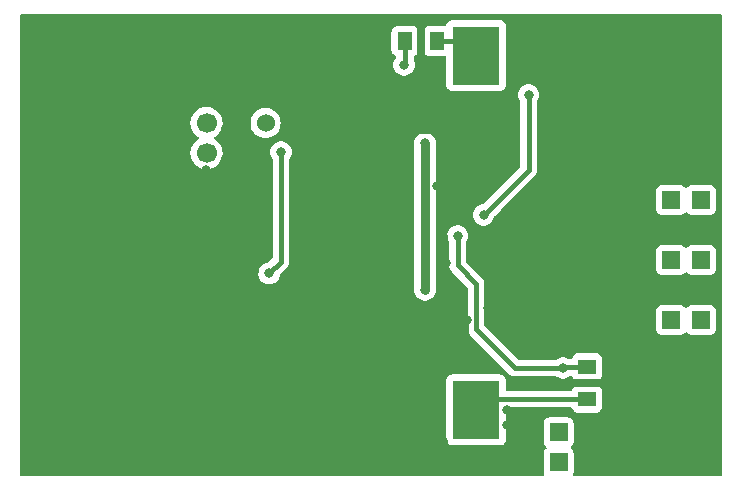
<source format=gbr>
%TF.GenerationSoftware,KiCad,Pcbnew,6.0.4-6f826c9f35~116~ubuntu20.04.1*%
%TF.CreationDate,2022-04-06T13:45:02+00:00*%
%TF.ProjectId,PCRD04B,50435244-3034-4422-9e6b-696361645f70,REV*%
%TF.SameCoordinates,Original*%
%TF.FileFunction,Copper,L1,Top*%
%TF.FilePolarity,Positive*%
%FSLAX46Y46*%
G04 Gerber Fmt 4.6, Leading zero omitted, Abs format (unit mm)*
G04 Created by KiCad (PCBNEW 6.0.4-6f826c9f35~116~ubuntu20.04.1) date 2022-04-06 13:45:02*
%MOMM*%
%LPD*%
G01*
G04 APERTURE LIST*
%TA.AperFunction,SMDPad,CuDef*%
%ADD10R,4.000000X5.000000*%
%TD*%
%TA.AperFunction,ComponentPad*%
%ADD11R,1.524000X1.524000*%
%TD*%
%TA.AperFunction,ComponentPad*%
%ADD12C,6.000000*%
%TD*%
%TA.AperFunction,SMDPad,CuDef*%
%ADD13R,1.300000X1.500000*%
%TD*%
%TA.AperFunction,SMDPad,CuDef*%
%ADD14R,0.700000X3.000000*%
%TD*%
%TA.AperFunction,SMDPad,CuDef*%
%ADD15R,1.500000X1.300000*%
%TD*%
%TA.AperFunction,SMDPad,CuDef*%
%ADD16R,3.000000X0.700000*%
%TD*%
%TA.AperFunction,SMDPad,CuDef*%
%ADD17R,2.000000X29.000000*%
%TD*%
%TA.AperFunction,SMDPad,CuDef*%
%ADD18R,20.100000X2.000000*%
%TD*%
%TA.AperFunction,ComponentPad*%
%ADD19C,1.524000*%
%TD*%
%TA.AperFunction,ComponentPad*%
%ADD20C,1.700000*%
%TD*%
%TA.AperFunction,ViaPad*%
%ADD21C,0.800000*%
%TD*%
%TA.AperFunction,Conductor*%
%ADD22C,0.250000*%
%TD*%
%TA.AperFunction,Conductor*%
%ADD23C,0.400000*%
%TD*%
%TA.AperFunction,Conductor*%
%ADD24C,0.800000*%
%TD*%
G04 APERTURE END LIST*
D10*
%TO.P,BT1,1*%
%TO.N,Net-(BT1-Pad1)*%
X148871322Y-76957139D03*
%TO.P,BT1,2*%
%TO.N,Net-(BT1-Pad2)*%
X148871322Y-106957139D03*
%TD*%
D11*
%TO.P,J1,1*%
%TO.N,GND*%
X158396322Y-108862139D03*
%TO.P,J1,2*%
X158396322Y-111402139D03*
%TO.P,J1,3*%
%TO.N,Net-(C21-Pad3)*%
X155856322Y-108862139D03*
%TO.P,J1,4*%
X155856322Y-111402139D03*
%TO.P,J1,5*%
%TO.N,GND*%
X153316322Y-108862139D03*
%TO.P,J1,6*%
X153316322Y-111402139D03*
%TD*%
%TO.P,J2,1*%
%TO.N,GND*%
X167921322Y-91717139D03*
%TO.P,J2,2*%
X165381322Y-91717139D03*
%TD*%
%TO.P,J3,1*%
%TO.N,/#PeakDetect/Trace*%
X167921322Y-94257139D03*
%TO.P,J3,2*%
X165381322Y-94257139D03*
%TD*%
%TO.P,J4,1*%
%TO.N,GND*%
X167921322Y-96797139D03*
%TO.P,J4,2*%
X165381322Y-96797139D03*
%TD*%
%TO.P,J5,1*%
%TO.N,GND*%
X167921322Y-86637139D03*
%TO.P,J5,2*%
X165381322Y-86637139D03*
%TD*%
%TO.P,J6,1*%
%TO.N,/A/D*%
X167921322Y-89177139D03*
%TO.P,J6,2*%
X165381322Y-89177139D03*
%TD*%
%TO.P,J7,1*%
%TO.N,GND*%
X167921322Y-101877139D03*
%TO.P,J7,2*%
X165381322Y-101877139D03*
%TD*%
D12*
%TO.P,M1,1*%
%TO.N,GND*%
X114581322Y-77747139D03*
%TD*%
%TO.P,M2,1*%
%TO.N,GND*%
X165381322Y-77747139D03*
%TD*%
%TO.P,M3,1*%
%TO.N,GND*%
X165381322Y-108227139D03*
%TD*%
%TO.P,M4,1*%
%TO.N,GND*%
X114581322Y-108227139D03*
%TD*%
D13*
%TO.P,C24,1*%
%TO.N,Net-(BT1-Pad1)*%
X145569322Y-75715139D03*
D14*
%TO.P,C24,2*%
%TO.N,GND*%
X144219322Y-75715139D03*
D13*
%TO.P,C24,3*%
%TO.N,/K*%
X142869322Y-75715139D03*
%TD*%
D15*
%TO.P,C25,1*%
%TO.N,Net-(BT1-Pad2)*%
X158269322Y-106021139D03*
D16*
%TO.P,C25,2*%
%TO.N,GND*%
X158269322Y-104671139D03*
D15*
%TO.P,C25,3*%
%TO.N,/REF*%
X158269322Y-103321139D03*
%TD*%
D11*
%TO.P,J11,1*%
%TO.N,Net-(C23-Pad3)*%
X165381322Y-99337139D03*
%TO.P,J11,2*%
X167921322Y-99337139D03*
%TD*%
D17*
%TO.P,M5,1*%
%TO.N,GND*%
X119636322Y-92517139D03*
D18*
X129186322Y-79017139D03*
D17*
X138736322Y-92517139D03*
D18*
X129186322Y-106017139D03*
%TD*%
D19*
%TO.P,D2,1*%
%TO.N,/K*%
X131051322Y-82667139D03*
D20*
X126051322Y-85207139D03*
%TO.P,D2,2*%
%TO.N,/A*%
X126051322Y-82667139D03*
%TD*%
D21*
%TO.N,GND*%
X127281322Y-100607139D03*
X151471324Y-106957139D03*
X146458322Y-88034139D03*
X149125322Y-92225139D03*
X135409322Y-85875139D03*
X149887322Y-98321139D03*
X148909322Y-89177139D03*
X150141322Y-80922139D03*
X139473322Y-95527139D03*
X126011322Y-87907139D03*
X140616322Y-102512139D03*
X155221322Y-87272139D03*
X145569322Y-79525139D03*
X140743322Y-95527139D03*
X127916322Y-94892139D03*
X155856322Y-79017139D03*
X137441322Y-87145139D03*
X140616322Y-104417139D03*
X143156322Y-101242139D03*
X122201322Y-86002139D03*
X143791322Y-79525139D03*
X129186322Y-100607139D03*
X143156322Y-98067139D03*
X141886322Y-108227139D03*
X141886322Y-104417139D03*
X150141322Y-87437139D03*
X125376322Y-80922139D03*
X143156322Y-111402139D03*
X129186322Y-85367139D03*
X117883322Y-86891139D03*
X127916322Y-85367139D03*
X137441322Y-85875139D03*
X133631322Y-95527139D03*
X132996322Y-101877139D03*
X146331322Y-86637139D03*
X147601322Y-86637139D03*
X163857322Y-84097139D03*
X140616322Y-84732139D03*
X123471322Y-84097139D03*
X160047322Y-84097139D03*
X159666322Y-108227139D03*
X141251322Y-79525139D03*
X146331322Y-98067139D03*
X123471322Y-86002139D03*
X151411322Y-80922139D03*
X145553322Y-88034139D03*
X126011322Y-89177139D03*
X141886322Y-84097139D03*
X120677322Y-91209139D03*
X132996322Y-80922139D03*
X134901322Y-95527139D03*
X148071322Y-99337139D03*
X141886322Y-111402139D03*
X138330322Y-95273139D03*
X146331322Y-111402139D03*
X127281322Y-80922139D03*
X149119508Y-88155325D03*
X129821322Y-94892139D03*
X120677322Y-89939139D03*
X124995322Y-94765139D03*
X144426322Y-111402139D03*
X146331322Y-80795139D03*
X129186322Y-84097139D03*
X160936322Y-90447139D03*
X130456322Y-101877139D03*
X118391322Y-88923139D03*
X126010779Y-86656574D03*
X160301322Y-92987139D03*
X126011322Y-91082139D03*
X125376322Y-100607139D03*
X146331322Y-95400139D03*
X148071322Y-101242139D03*
X129186322Y-80922139D03*
X154586322Y-94892139D03*
X149379322Y-93749139D03*
X122836322Y-100607139D03*
X153316322Y-101242139D03*
X146331322Y-94511139D03*
X120931322Y-100607139D03*
X136806322Y-99337139D03*
X135536322Y-101242139D03*
X152046322Y-79017139D03*
X161825322Y-83843139D03*
X126011322Y-94892139D03*
X142013322Y-95527139D03*
X123471322Y-81557139D03*
X135409322Y-87145139D03*
X154459322Y-90955139D03*
X154586322Y-79017139D03*
X159666322Y-86637139D03*
X141886322Y-86002139D03*
X136171322Y-95527139D03*
X143156322Y-99337139D03*
X141886322Y-102512139D03*
X138330322Y-92733139D03*
X141886322Y-109497139D03*
X128551322Y-92987139D03*
X151471324Y-108227139D03*
X143791322Y-82065139D03*
X140997322Y-78001139D03*
X148236322Y-80922139D03*
X162206322Y-92987139D03*
X138330322Y-94003139D03*
X153316322Y-94892139D03*
X134266322Y-80922139D03*
X154586322Y-86637139D03*
%TO.N,VCC*%
X144553322Y-96797139D03*
X144553322Y-84351139D03*
%TO.N,/K*%
X142775322Y-77747139D03*
%TO.N,/REF*%
X132361322Y-85113139D03*
X156237322Y-103401139D03*
X131354386Y-95402704D03*
X147309322Y-92225139D03*
%TO.N,Net-(R1-Pad2)*%
X149506322Y-90447139D03*
X153316322Y-80287139D03*
%TD*%
D22*
%TO.N,GND*%
X146331322Y-92214833D02*
X146331322Y-95400139D01*
D23*
X138330322Y-94003139D02*
X138330322Y-92733139D01*
D22*
X165381322Y-85625139D02*
X165381322Y-86637139D01*
D23*
X147601322Y-86637139D02*
X146331322Y-86637139D01*
D22*
X132996322Y-101877139D02*
X134901322Y-101877139D01*
X150141322Y-80922139D02*
X151411322Y-80922139D01*
X138330322Y-95273139D02*
X139219322Y-95273139D01*
X146326320Y-111397137D02*
X146331322Y-111402139D01*
D23*
X155221322Y-87272139D02*
X155221322Y-90193139D01*
D22*
X147855322Y-90955139D02*
X146077322Y-91463139D01*
X148236322Y-83462139D02*
X148871322Y-83462139D01*
X140616322Y-102512139D02*
X140616322Y-104417139D01*
X146077322Y-91463139D02*
X146331322Y-92214833D01*
X136806322Y-83462139D02*
X148236322Y-83462139D01*
X123471322Y-84097139D02*
X123471322Y-81557139D01*
X143156322Y-98067139D02*
X143156322Y-99337139D01*
X129186322Y-80922139D02*
X132996322Y-80922139D01*
X145553322Y-88034139D02*
X146458322Y-88034139D01*
X129186322Y-85367139D02*
X127896887Y-86656574D01*
X120677322Y-91209139D02*
X120677322Y-89939139D01*
D23*
X150141322Y-87437139D02*
X150141322Y-87945139D01*
D22*
X129186322Y-84097139D02*
X127916322Y-85367139D01*
X149125322Y-92225139D02*
X149125322Y-93495139D01*
X135409322Y-85875139D02*
X135409322Y-87145139D01*
X134266322Y-80922139D02*
X136806322Y-83462139D01*
X163857322Y-84097139D02*
X164428573Y-84672390D01*
X151471324Y-106957139D02*
X151471324Y-108227139D01*
X140616322Y-84732139D02*
X138584322Y-84732139D01*
X134901322Y-101877139D02*
X135536322Y-101242139D01*
X160936322Y-92352139D02*
X160301322Y-92987139D01*
X160301322Y-83843139D02*
X160047322Y-84097139D01*
X164428573Y-84672390D02*
X165381322Y-85625139D01*
D23*
X143791322Y-82065139D02*
X143791322Y-81303139D01*
D22*
X122201322Y-86002139D02*
X123471322Y-86002139D01*
X141886322Y-104417139D02*
X141886322Y-102512139D01*
X152046322Y-79017139D02*
X154586322Y-79017139D01*
D23*
X155221322Y-90193139D02*
X154459322Y-90955139D01*
D22*
X149671322Y-93607441D02*
X147855322Y-90955139D01*
D23*
X146458322Y-80922139D02*
X146331322Y-80795139D01*
D22*
X125376322Y-80922139D02*
X127281322Y-80922139D01*
D23*
X141886322Y-86002139D02*
X140616322Y-84732139D01*
D22*
X149887322Y-98321139D02*
X149671322Y-93607441D01*
X122201322Y-86002139D02*
X118772322Y-86002139D01*
D23*
X143791322Y-79525139D02*
X141251322Y-79525139D01*
D22*
X146331322Y-95400139D02*
X146331322Y-98067139D01*
X138584322Y-84732139D02*
X137441322Y-85875139D01*
X148871322Y-81557139D02*
X148236322Y-80922139D01*
X149125322Y-93495139D02*
X149379322Y-93749139D01*
X143791322Y-106962141D02*
X143791322Y-103782139D01*
X133631322Y-95527139D02*
X134901322Y-95527139D01*
X125376322Y-100607139D02*
X127281322Y-100607139D01*
X127916322Y-94892139D02*
X129821322Y-94892139D01*
X126011322Y-87907139D02*
X126011322Y-89177139D01*
D23*
X154586322Y-94892139D02*
X153316322Y-94892139D01*
X149837694Y-87437139D02*
X149119508Y-88155325D01*
D22*
X127896887Y-86656574D02*
X126010779Y-86656574D01*
X129186322Y-100607139D02*
X130456322Y-101877139D01*
X140743322Y-95527139D02*
X142013322Y-95527139D01*
X125376322Y-100607139D02*
X122836322Y-100607139D01*
X141886322Y-108227139D02*
X141886322Y-109497139D01*
X148871322Y-83462139D02*
X148871322Y-81557139D01*
X146326320Y-109497139D02*
X143791322Y-106962141D01*
D23*
X150141322Y-87945139D02*
X148909322Y-89177139D01*
D22*
X160936322Y-90447139D02*
X160936322Y-92352139D01*
X146331322Y-94511139D02*
X146331322Y-95400139D01*
X146326320Y-109497139D02*
X146326320Y-111397137D01*
D23*
X150141322Y-87437139D02*
X149837694Y-87437139D01*
D22*
X148071322Y-101242139D02*
X148071322Y-99337139D01*
D23*
X148236322Y-80922139D02*
X146458322Y-80922139D01*
D22*
X118772322Y-86002139D02*
X117883322Y-86891139D01*
D23*
X143791322Y-81303139D02*
X145569322Y-79525139D01*
D22*
X144426322Y-111402139D02*
X143156322Y-111402139D01*
X139219322Y-95273139D02*
X139473322Y-95527139D01*
X161825322Y-83843139D02*
X160301322Y-83843139D01*
D24*
%TO.N,VCC*%
X144553322Y-84351139D02*
X144553322Y-96797139D01*
D23*
%TO.N,/K*%
X142869322Y-75715139D02*
X142869322Y-77653139D01*
X142869322Y-77653139D02*
X142775322Y-77747139D01*
%TO.N,/REF*%
X132361322Y-85113139D02*
X132361322Y-94395768D01*
X148871322Y-96279141D02*
X148871322Y-100099139D01*
X132361322Y-94395768D02*
X131354386Y-95402704D01*
X158269322Y-103321139D02*
X156317322Y-103321139D01*
X147309322Y-92225139D02*
X147309322Y-94717141D01*
X147309322Y-94717141D02*
X148871322Y-96279141D01*
X148871322Y-100099139D02*
X152173322Y-103401139D01*
X156317322Y-103321139D02*
X156237322Y-103401139D01*
X155671637Y-103401139D02*
X156237322Y-103401139D01*
X152173322Y-103401139D02*
X155671637Y-103401139D01*
%TO.N,Net-(BT1-Pad1)*%
X147629322Y-75715139D02*
X148871322Y-76957139D01*
X145569322Y-75715139D02*
X147629322Y-75715139D01*
%TO.N,Net-(BT1-Pad2)*%
X148871322Y-106957139D02*
X148871322Y-106457139D01*
X148871322Y-106457139D02*
X150149322Y-105179139D01*
X149807322Y-106021139D02*
X148871322Y-106957139D01*
X158269322Y-106021139D02*
X149807322Y-106021139D01*
%TO.N,Net-(R1-Pad2)*%
X153316322Y-86637139D02*
X153316322Y-80287139D01*
X149506322Y-90447139D02*
X153316322Y-86637139D01*
%TD*%
%TA.AperFunction,Conductor*%
%TO.N,GND*%
G36*
X169641443Y-73449141D02*
G01*
X169687936Y-73502797D01*
X169699322Y-73555139D01*
X169699322Y-112419139D01*
X169679320Y-112487260D01*
X169625664Y-112533753D01*
X169573322Y-112545139D01*
X157200390Y-112545139D01*
X157132269Y-112525137D01*
X157085776Y-112471481D01*
X157075672Y-112401207D01*
X157082408Y-112374909D01*
X157117293Y-112281854D01*
X157120067Y-112274455D01*
X157126822Y-112212273D01*
X157126822Y-110592005D01*
X157120067Y-110529823D01*
X157068937Y-110393434D01*
X156981583Y-110276878D01*
X156922990Y-110232965D01*
X156880475Y-110176106D01*
X156875449Y-110105287D01*
X156909509Y-110042994D01*
X156922990Y-110031313D01*
X156974403Y-109992781D01*
X156981583Y-109987400D01*
X157068937Y-109870844D01*
X157120067Y-109734455D01*
X157126822Y-109672273D01*
X157126822Y-108052005D01*
X157120067Y-107989823D01*
X157068937Y-107853434D01*
X156981583Y-107736878D01*
X156865027Y-107649524D01*
X156728638Y-107598394D01*
X156666456Y-107591639D01*
X155046188Y-107591639D01*
X154984006Y-107598394D01*
X154847617Y-107649524D01*
X154731061Y-107736878D01*
X154643707Y-107853434D01*
X154592577Y-107989823D01*
X154585822Y-108052005D01*
X154585822Y-109672273D01*
X154592577Y-109734455D01*
X154643707Y-109870844D01*
X154731061Y-109987400D01*
X154738241Y-109992781D01*
X154789654Y-110031313D01*
X154832169Y-110088172D01*
X154837195Y-110158991D01*
X154803135Y-110221284D01*
X154789655Y-110232964D01*
X154731061Y-110276878D01*
X154643707Y-110393434D01*
X154592577Y-110529823D01*
X154585822Y-110592005D01*
X154585822Y-112212273D01*
X154592577Y-112274455D01*
X154595351Y-112281854D01*
X154630236Y-112374909D01*
X154635419Y-112445716D01*
X154601498Y-112508085D01*
X154539243Y-112542215D01*
X154512254Y-112545139D01*
X110389322Y-112545139D01*
X110321201Y-112525137D01*
X110274708Y-112471481D01*
X110263322Y-112419139D01*
X110263322Y-109505273D01*
X146362822Y-109505273D01*
X146369577Y-109567455D01*
X146420707Y-109703844D01*
X146508061Y-109820400D01*
X146624617Y-109907754D01*
X146761006Y-109958884D01*
X146823188Y-109965639D01*
X150919456Y-109965639D01*
X150981638Y-109958884D01*
X151118027Y-109907754D01*
X151234583Y-109820400D01*
X151321937Y-109703844D01*
X151373067Y-109567455D01*
X151379822Y-109505273D01*
X151379822Y-106855639D01*
X151399824Y-106787518D01*
X151453480Y-106741025D01*
X151505822Y-106729639D01*
X156910824Y-106729639D01*
X156978945Y-106749641D01*
X157025438Y-106803297D01*
X157028806Y-106811409D01*
X157068707Y-106917844D01*
X157156061Y-107034400D01*
X157272617Y-107121754D01*
X157409006Y-107172884D01*
X157471188Y-107179639D01*
X159067456Y-107179639D01*
X159129638Y-107172884D01*
X159266027Y-107121754D01*
X159382583Y-107034400D01*
X159469937Y-106917844D01*
X159521067Y-106781455D01*
X159527822Y-106719273D01*
X159527822Y-105323005D01*
X159521067Y-105260823D01*
X159469937Y-105124434D01*
X159382583Y-105007878D01*
X159266027Y-104920524D01*
X159129638Y-104869394D01*
X159067456Y-104862639D01*
X157471188Y-104862639D01*
X157409006Y-104869394D01*
X157272617Y-104920524D01*
X157156061Y-105007878D01*
X157068707Y-105124434D01*
X157065555Y-105132842D01*
X157028806Y-105230869D01*
X156986164Y-105287633D01*
X156919603Y-105312333D01*
X156910824Y-105312639D01*
X151505822Y-105312639D01*
X151437701Y-105292637D01*
X151391208Y-105238981D01*
X151379822Y-105186639D01*
X151379822Y-104409005D01*
X151373067Y-104346823D01*
X151321937Y-104210434D01*
X151234583Y-104093878D01*
X151118027Y-104006524D01*
X150981638Y-103955394D01*
X150919456Y-103948639D01*
X146823188Y-103948639D01*
X146761006Y-103955394D01*
X146624617Y-104006524D01*
X146508061Y-104093878D01*
X146420707Y-104210434D01*
X146369577Y-104346823D01*
X146362822Y-104409005D01*
X146362822Y-109505273D01*
X110263322Y-109505273D01*
X110263322Y-96797139D01*
X143639818Y-96797139D01*
X143644822Y-96844749D01*
X143659780Y-96987067D01*
X143718795Y-97168695D01*
X143814282Y-97334083D01*
X143942069Y-97476005D01*
X144096570Y-97588257D01*
X144102598Y-97590941D01*
X144102600Y-97590942D01*
X144265003Y-97663248D01*
X144271034Y-97665933D01*
X144364434Y-97685786D01*
X144451378Y-97704267D01*
X144451383Y-97704267D01*
X144457835Y-97705639D01*
X144648809Y-97705639D01*
X144655261Y-97704267D01*
X144655266Y-97704267D01*
X144742210Y-97685786D01*
X144835610Y-97665933D01*
X144841641Y-97663248D01*
X145004044Y-97590942D01*
X145004046Y-97590941D01*
X145010074Y-97588257D01*
X145164575Y-97476005D01*
X145292362Y-97334083D01*
X145387849Y-97168695D01*
X145446864Y-96987067D01*
X145461822Y-96844749D01*
X145466826Y-96797139D01*
X145462512Y-96756094D01*
X145461822Y-96742923D01*
X145461822Y-92225139D01*
X146395818Y-92225139D01*
X146415780Y-92415067D01*
X146474795Y-92596695D01*
X146570282Y-92762083D01*
X146574701Y-92766991D01*
X146576758Y-92769822D01*
X146600617Y-92836690D01*
X146600822Y-92843883D01*
X146600822Y-94688229D01*
X146600530Y-94696799D01*
X146596597Y-94754493D01*
X146597902Y-94761970D01*
X146597902Y-94761971D01*
X146607583Y-94817440D01*
X146608545Y-94823962D01*
X146616220Y-94887383D01*
X146618903Y-94894484D01*
X146619544Y-94897093D01*
X146624007Y-94913403D01*
X146624772Y-94915939D01*
X146626079Y-94923425D01*
X146629133Y-94930382D01*
X146651764Y-94981936D01*
X146654255Y-94988040D01*
X146676835Y-95047797D01*
X146681139Y-95054060D01*
X146682376Y-95056426D01*
X146690621Y-95071238D01*
X146691954Y-95073492D01*
X146695007Y-95080446D01*
X146726586Y-95121599D01*
X146733901Y-95131132D01*
X146737781Y-95136473D01*
X146769661Y-95182861D01*
X146769666Y-95182866D01*
X146773965Y-95189122D01*
X146779635Y-95194173D01*
X146779636Y-95194175D01*
X146820492Y-95230576D01*
X146825768Y-95235557D01*
X148125917Y-96535706D01*
X148159943Y-96598018D01*
X148162822Y-96624801D01*
X148162822Y-100070227D01*
X148162530Y-100078797D01*
X148158597Y-100136491D01*
X148159902Y-100143968D01*
X148159902Y-100143969D01*
X148169583Y-100199438D01*
X148170545Y-100205960D01*
X148178220Y-100269381D01*
X148180903Y-100276482D01*
X148181544Y-100279091D01*
X148186007Y-100295401D01*
X148186772Y-100297937D01*
X148188079Y-100305423D01*
X148191133Y-100312380D01*
X148213764Y-100363934D01*
X148216255Y-100370038D01*
X148238835Y-100429795D01*
X148243139Y-100436058D01*
X148244376Y-100438424D01*
X148252621Y-100453236D01*
X148253954Y-100455490D01*
X148257007Y-100462444D01*
X148261629Y-100468467D01*
X148295901Y-100513130D01*
X148299781Y-100518471D01*
X148331661Y-100564859D01*
X148331666Y-100564864D01*
X148335965Y-100571120D01*
X148341635Y-100576171D01*
X148341636Y-100576173D01*
X148382492Y-100612574D01*
X148387768Y-100617555D01*
X151651879Y-103881667D01*
X151657733Y-103887932D01*
X151695761Y-103931524D01*
X151748051Y-103968275D01*
X151753293Y-103972167D01*
X151803604Y-104011615D01*
X151810523Y-104014739D01*
X151812815Y-104016127D01*
X151827487Y-104024496D01*
X151829847Y-104025761D01*
X151836061Y-104030129D01*
X151843140Y-104032889D01*
X151843142Y-104032890D01*
X151895597Y-104053341D01*
X151901666Y-104055892D01*
X151959895Y-104082184D01*
X151967368Y-104083569D01*
X151969934Y-104084373D01*
X151986157Y-104088994D01*
X151988749Y-104089659D01*
X151995831Y-104092421D01*
X152003366Y-104093413D01*
X152059183Y-104100761D01*
X152065699Y-104101793D01*
X152104092Y-104108909D01*
X152128508Y-104113434D01*
X152136088Y-104112997D01*
X152136089Y-104112997D01*
X152190702Y-104109848D01*
X152197955Y-104109639D01*
X155625917Y-104109639D01*
X155694038Y-104129641D01*
X155699978Y-104133703D01*
X155780570Y-104192257D01*
X155786598Y-104194941D01*
X155786600Y-104194942D01*
X155949003Y-104267248D01*
X155955034Y-104269933D01*
X156048435Y-104289786D01*
X156135378Y-104308267D01*
X156135383Y-104308267D01*
X156141835Y-104309639D01*
X156332809Y-104309639D01*
X156339261Y-104308267D01*
X156339266Y-104308267D01*
X156426209Y-104289786D01*
X156519610Y-104269933D01*
X156525641Y-104267248D01*
X156688044Y-104194942D01*
X156688046Y-104194941D01*
X156694074Y-104192257D01*
X156847042Y-104081118D01*
X156913908Y-104057261D01*
X156983060Y-104073341D01*
X157032540Y-104124254D01*
X157039084Y-104138825D01*
X157068707Y-104217844D01*
X157156061Y-104334400D01*
X157272617Y-104421754D01*
X157409006Y-104472884D01*
X157471188Y-104479639D01*
X159067456Y-104479639D01*
X159129638Y-104472884D01*
X159266027Y-104421754D01*
X159382583Y-104334400D01*
X159469937Y-104217844D01*
X159521067Y-104081455D01*
X159527822Y-104019273D01*
X159527822Y-102623005D01*
X159521067Y-102560823D01*
X159469937Y-102424434D01*
X159382583Y-102307878D01*
X159266027Y-102220524D01*
X159129638Y-102169394D01*
X159067456Y-102162639D01*
X157471188Y-102162639D01*
X157409006Y-102169394D01*
X157272617Y-102220524D01*
X157156061Y-102307878D01*
X157068707Y-102424434D01*
X157065555Y-102432842D01*
X157028806Y-102530869D01*
X156986164Y-102587633D01*
X156919603Y-102612333D01*
X156910824Y-102612639D01*
X156726737Y-102612639D01*
X156675488Y-102601746D01*
X156525641Y-102535030D01*
X156525640Y-102535030D01*
X156519610Y-102532345D01*
X156426209Y-102512492D01*
X156339266Y-102494011D01*
X156339261Y-102494011D01*
X156332809Y-102492639D01*
X156141835Y-102492639D01*
X156135383Y-102494011D01*
X156135378Y-102494011D01*
X156048435Y-102512492D01*
X155955034Y-102532345D01*
X155949004Y-102535030D01*
X155949003Y-102535030D01*
X155786600Y-102607336D01*
X155786598Y-102607337D01*
X155780570Y-102610021D01*
X155775229Y-102613901D01*
X155775228Y-102613902D01*
X155699978Y-102668575D01*
X155633111Y-102692433D01*
X155625917Y-102692639D01*
X152518982Y-102692639D01*
X152450861Y-102672637D01*
X152429887Y-102655734D01*
X149921426Y-100147273D01*
X164110822Y-100147273D01*
X164117577Y-100209455D01*
X164168707Y-100345844D01*
X164256061Y-100462400D01*
X164372617Y-100549754D01*
X164509006Y-100600884D01*
X164571188Y-100607639D01*
X166191456Y-100607639D01*
X166253638Y-100600884D01*
X166390027Y-100549754D01*
X166506583Y-100462400D01*
X166550496Y-100403807D01*
X166607355Y-100361292D01*
X166678174Y-100356266D01*
X166740467Y-100390326D01*
X166752147Y-100403806D01*
X166796061Y-100462400D01*
X166912617Y-100549754D01*
X167049006Y-100600884D01*
X167111188Y-100607639D01*
X168731456Y-100607639D01*
X168793638Y-100600884D01*
X168930027Y-100549754D01*
X169046583Y-100462400D01*
X169133937Y-100345844D01*
X169185067Y-100209455D01*
X169191822Y-100147273D01*
X169191822Y-98527005D01*
X169185067Y-98464823D01*
X169133937Y-98328434D01*
X169046583Y-98211878D01*
X168930027Y-98124524D01*
X168793638Y-98073394D01*
X168731456Y-98066639D01*
X167111188Y-98066639D01*
X167049006Y-98073394D01*
X166912617Y-98124524D01*
X166796061Y-98211878D01*
X166790680Y-98219058D01*
X166752148Y-98270471D01*
X166695289Y-98312986D01*
X166624470Y-98318012D01*
X166562177Y-98283952D01*
X166550496Y-98270471D01*
X166511964Y-98219058D01*
X166506583Y-98211878D01*
X166390027Y-98124524D01*
X166253638Y-98073394D01*
X166191456Y-98066639D01*
X164571188Y-98066639D01*
X164509006Y-98073394D01*
X164372617Y-98124524D01*
X164256061Y-98211878D01*
X164168707Y-98328434D01*
X164117577Y-98464823D01*
X164110822Y-98527005D01*
X164110822Y-100147273D01*
X149921426Y-100147273D01*
X149616727Y-99842574D01*
X149582701Y-99780262D01*
X149579822Y-99753479D01*
X149579822Y-96308068D01*
X149580114Y-96299499D01*
X149583532Y-96249366D01*
X149583532Y-96249362D01*
X149584048Y-96241789D01*
X149573058Y-96178822D01*
X149572097Y-96172306D01*
X149565336Y-96116439D01*
X149564424Y-96108899D01*
X149561741Y-96101798D01*
X149561100Y-96099189D01*
X149556635Y-96082869D01*
X149555870Y-96080336D01*
X149554565Y-96072858D01*
X149528874Y-96014331D01*
X149526389Y-96008243D01*
X149506494Y-95955590D01*
X149506493Y-95955588D01*
X149503809Y-95948485D01*
X149499508Y-95942226D01*
X149498271Y-95939861D01*
X149490049Y-95925089D01*
X149488694Y-95922797D01*
X149485638Y-95915836D01*
X149481013Y-95909809D01*
X149481011Y-95909805D01*
X149446729Y-95865128D01*
X149442851Y-95859791D01*
X149410981Y-95813419D01*
X149410980Y-95813418D01*
X149406679Y-95807160D01*
X149360160Y-95765713D01*
X149354885Y-95760733D01*
X148661424Y-95067273D01*
X164110822Y-95067273D01*
X164117577Y-95129455D01*
X164168707Y-95265844D01*
X164256061Y-95382400D01*
X164372617Y-95469754D01*
X164509006Y-95520884D01*
X164571188Y-95527639D01*
X166191456Y-95527639D01*
X166253638Y-95520884D01*
X166390027Y-95469754D01*
X166506583Y-95382400D01*
X166550496Y-95323807D01*
X166607355Y-95281292D01*
X166678174Y-95276266D01*
X166740467Y-95310326D01*
X166752147Y-95323806D01*
X166796061Y-95382400D01*
X166912617Y-95469754D01*
X167049006Y-95520884D01*
X167111188Y-95527639D01*
X168731456Y-95527639D01*
X168793638Y-95520884D01*
X168930027Y-95469754D01*
X169046583Y-95382400D01*
X169133937Y-95265844D01*
X169185067Y-95129455D01*
X169191822Y-95067273D01*
X169191822Y-93447005D01*
X169185067Y-93384823D01*
X169133937Y-93248434D01*
X169046583Y-93131878D01*
X168930027Y-93044524D01*
X168793638Y-92993394D01*
X168731456Y-92986639D01*
X167111188Y-92986639D01*
X167049006Y-92993394D01*
X166912617Y-93044524D01*
X166796061Y-93131878D01*
X166790680Y-93139058D01*
X166752148Y-93190471D01*
X166695289Y-93232986D01*
X166624470Y-93238012D01*
X166562177Y-93203952D01*
X166550496Y-93190471D01*
X166511964Y-93139058D01*
X166506583Y-93131878D01*
X166390027Y-93044524D01*
X166253638Y-92993394D01*
X166191456Y-92986639D01*
X164571188Y-92986639D01*
X164509006Y-92993394D01*
X164372617Y-93044524D01*
X164256061Y-93131878D01*
X164168707Y-93248434D01*
X164117577Y-93384823D01*
X164110822Y-93447005D01*
X164110822Y-95067273D01*
X148661424Y-95067273D01*
X148054727Y-94460576D01*
X148020702Y-94398264D01*
X148017822Y-94371481D01*
X148017822Y-92843883D01*
X148037824Y-92775762D01*
X148041886Y-92769822D01*
X148043943Y-92766991D01*
X148048362Y-92762083D01*
X148143849Y-92596695D01*
X148202864Y-92415067D01*
X148222826Y-92225139D01*
X148202864Y-92035211D01*
X148143849Y-91853583D01*
X148048362Y-91688195D01*
X147920575Y-91546273D01*
X147766074Y-91434021D01*
X147760046Y-91431337D01*
X147760044Y-91431336D01*
X147597641Y-91359030D01*
X147597640Y-91359030D01*
X147591610Y-91356345D01*
X147498209Y-91336492D01*
X147411266Y-91318011D01*
X147411261Y-91318011D01*
X147404809Y-91316639D01*
X147213835Y-91316639D01*
X147207383Y-91318011D01*
X147207378Y-91318011D01*
X147120435Y-91336492D01*
X147027034Y-91356345D01*
X147021004Y-91359030D01*
X147021003Y-91359030D01*
X146858600Y-91431336D01*
X146858598Y-91431337D01*
X146852570Y-91434021D01*
X146698069Y-91546273D01*
X146570282Y-91688195D01*
X146474795Y-91853583D01*
X146415780Y-92035211D01*
X146395818Y-92225139D01*
X145461822Y-92225139D01*
X145461822Y-90447139D01*
X148592818Y-90447139D01*
X148612780Y-90637067D01*
X148671795Y-90818695D01*
X148767282Y-90984083D01*
X148895069Y-91126005D01*
X149049570Y-91238257D01*
X149055598Y-91240941D01*
X149055600Y-91240942D01*
X149218003Y-91313248D01*
X149224034Y-91315933D01*
X149317435Y-91335786D01*
X149404378Y-91354267D01*
X149404383Y-91354267D01*
X149410835Y-91355639D01*
X149601809Y-91355639D01*
X149608261Y-91354267D01*
X149608266Y-91354267D01*
X149695209Y-91335786D01*
X149788610Y-91315933D01*
X149794641Y-91313248D01*
X149957044Y-91240942D01*
X149957046Y-91240941D01*
X149963074Y-91238257D01*
X150117575Y-91126005D01*
X150245362Y-90984083D01*
X150340849Y-90818695D01*
X150399864Y-90637067D01*
X150404772Y-90590369D01*
X150431785Y-90524712D01*
X150440987Y-90514444D01*
X150968158Y-89987273D01*
X164110822Y-89987273D01*
X164117577Y-90049455D01*
X164168707Y-90185844D01*
X164256061Y-90302400D01*
X164372617Y-90389754D01*
X164509006Y-90440884D01*
X164571188Y-90447639D01*
X166191456Y-90447639D01*
X166253638Y-90440884D01*
X166390027Y-90389754D01*
X166506583Y-90302400D01*
X166550496Y-90243807D01*
X166607355Y-90201292D01*
X166678174Y-90196266D01*
X166740467Y-90230326D01*
X166752147Y-90243806D01*
X166796061Y-90302400D01*
X166912617Y-90389754D01*
X167049006Y-90440884D01*
X167111188Y-90447639D01*
X168731456Y-90447639D01*
X168793638Y-90440884D01*
X168930027Y-90389754D01*
X169046583Y-90302400D01*
X169133937Y-90185844D01*
X169185067Y-90049455D01*
X169191822Y-89987273D01*
X169191822Y-88367005D01*
X169185067Y-88304823D01*
X169133937Y-88168434D01*
X169046583Y-88051878D01*
X168930027Y-87964524D01*
X168793638Y-87913394D01*
X168731456Y-87906639D01*
X167111188Y-87906639D01*
X167049006Y-87913394D01*
X166912617Y-87964524D01*
X166796061Y-88051878D01*
X166790680Y-88059058D01*
X166752148Y-88110471D01*
X166695289Y-88152986D01*
X166624470Y-88158012D01*
X166562177Y-88123952D01*
X166550496Y-88110471D01*
X166511964Y-88059058D01*
X166506583Y-88051878D01*
X166390027Y-87964524D01*
X166253638Y-87913394D01*
X166191456Y-87906639D01*
X164571188Y-87906639D01*
X164509006Y-87913394D01*
X164372617Y-87964524D01*
X164256061Y-88051878D01*
X164168707Y-88168434D01*
X164117577Y-88304823D01*
X164110822Y-88367005D01*
X164110822Y-89987273D01*
X150968158Y-89987273D01*
X153796842Y-87158589D01*
X153803107Y-87152735D01*
X153840982Y-87119694D01*
X153846707Y-87114700D01*
X153883436Y-87062439D01*
X153887368Y-87057144D01*
X153922113Y-87012833D01*
X153926799Y-87006857D01*
X153929924Y-86999935D01*
X153931286Y-86997687D01*
X153939690Y-86982954D01*
X153940944Y-86980615D01*
X153945312Y-86974400D01*
X153948071Y-86967324D01*
X153948073Y-86967320D01*
X153968522Y-86914870D01*
X153971071Y-86908805D01*
X153997367Y-86850566D01*
X153998751Y-86843101D01*
X153999548Y-86840557D01*
X154004181Y-86824291D01*
X154004843Y-86821711D01*
X154007604Y-86814630D01*
X154015944Y-86751282D01*
X154016975Y-86744768D01*
X154027234Y-86689417D01*
X154028618Y-86681952D01*
X154025031Y-86619741D01*
X154024822Y-86612488D01*
X154024822Y-80905883D01*
X154044824Y-80837762D01*
X154048886Y-80831822D01*
X154050943Y-80828991D01*
X154055362Y-80824083D01*
X154150849Y-80658695D01*
X154209864Y-80477067D01*
X154229826Y-80287139D01*
X154209864Y-80097211D01*
X154150849Y-79915583D01*
X154055362Y-79750195D01*
X154013628Y-79703844D01*
X153931997Y-79613184D01*
X153931996Y-79613183D01*
X153927575Y-79608273D01*
X153773074Y-79496021D01*
X153767046Y-79493337D01*
X153767044Y-79493336D01*
X153604641Y-79421030D01*
X153604640Y-79421030D01*
X153598610Y-79418345D01*
X153505209Y-79398492D01*
X153418266Y-79380011D01*
X153418261Y-79380011D01*
X153411809Y-79378639D01*
X153220835Y-79378639D01*
X153214383Y-79380011D01*
X153214378Y-79380011D01*
X153127435Y-79398492D01*
X153034034Y-79418345D01*
X153028004Y-79421030D01*
X153028003Y-79421030D01*
X152865600Y-79493336D01*
X152865598Y-79493337D01*
X152859570Y-79496021D01*
X152705069Y-79608273D01*
X152700648Y-79613183D01*
X152700647Y-79613184D01*
X152619017Y-79703844D01*
X152577282Y-79750195D01*
X152481795Y-79915583D01*
X152422780Y-80097211D01*
X152402818Y-80287139D01*
X152422780Y-80477067D01*
X152481795Y-80658695D01*
X152577282Y-80824083D01*
X152581701Y-80828991D01*
X152583758Y-80831822D01*
X152607617Y-80898690D01*
X152607822Y-80905883D01*
X152607822Y-86291478D01*
X152587820Y-86359599D01*
X152570917Y-86380573D01*
X149439789Y-89511702D01*
X149376891Y-89545854D01*
X149224034Y-89578345D01*
X149218004Y-89581030D01*
X149218003Y-89581030D01*
X149055600Y-89653336D01*
X149055598Y-89653337D01*
X149049570Y-89656021D01*
X148895069Y-89768273D01*
X148767282Y-89910195D01*
X148671795Y-90075583D01*
X148612780Y-90257211D01*
X148612090Y-90263772D01*
X148612090Y-90263774D01*
X148607465Y-90307781D01*
X148592818Y-90447139D01*
X145461822Y-90447139D01*
X145461822Y-84405355D01*
X145462512Y-84392184D01*
X145466136Y-84357704D01*
X145466826Y-84351139D01*
X145455602Y-84244345D01*
X145447554Y-84167774D01*
X145447554Y-84167772D01*
X145446864Y-84161211D01*
X145387849Y-83979583D01*
X145378724Y-83963777D01*
X145322850Y-83867002D01*
X145292362Y-83814195D01*
X145164575Y-83672273D01*
X145010074Y-83560021D01*
X145004046Y-83557337D01*
X145004044Y-83557336D01*
X144841641Y-83485030D01*
X144841640Y-83485030D01*
X144835610Y-83482345D01*
X144742210Y-83462492D01*
X144655266Y-83444011D01*
X144655261Y-83444011D01*
X144648809Y-83442639D01*
X144457835Y-83442639D01*
X144451383Y-83444011D01*
X144451378Y-83444011D01*
X144364434Y-83462492D01*
X144271034Y-83482345D01*
X144265004Y-83485030D01*
X144265003Y-83485030D01*
X144102600Y-83557336D01*
X144102598Y-83557337D01*
X144096570Y-83560021D01*
X143942069Y-83672273D01*
X143814282Y-83814195D01*
X143783794Y-83867002D01*
X143727921Y-83963777D01*
X143718795Y-83979583D01*
X143659780Y-84161211D01*
X143659090Y-84167772D01*
X143659090Y-84167774D01*
X143651042Y-84244345D01*
X143639818Y-84351139D01*
X143640508Y-84357704D01*
X143644132Y-84392184D01*
X143644822Y-84405355D01*
X143644822Y-96742923D01*
X143644132Y-96756094D01*
X143639818Y-96797139D01*
X110263322Y-96797139D01*
X110263322Y-95402704D01*
X130440882Y-95402704D01*
X130441572Y-95409269D01*
X130453012Y-95518110D01*
X130460844Y-95592632D01*
X130519859Y-95774260D01*
X130523162Y-95779982D01*
X130523163Y-95779983D01*
X130557072Y-95838714D01*
X130615346Y-95939648D01*
X130743133Y-96081570D01*
X130897634Y-96193822D01*
X130903662Y-96196506D01*
X130903664Y-96196507D01*
X130988576Y-96234312D01*
X131072098Y-96271498D01*
X131165499Y-96291351D01*
X131252442Y-96309832D01*
X131252447Y-96309832D01*
X131258899Y-96311204D01*
X131449873Y-96311204D01*
X131456325Y-96309832D01*
X131456330Y-96309832D01*
X131543274Y-96291351D01*
X131636674Y-96271498D01*
X131720196Y-96234312D01*
X131805108Y-96196507D01*
X131805110Y-96196506D01*
X131811138Y-96193822D01*
X131965639Y-96081570D01*
X132093426Y-95939648D01*
X132151700Y-95838714D01*
X132185609Y-95779983D01*
X132185610Y-95779982D01*
X132188913Y-95774260D01*
X132247928Y-95592632D01*
X132252836Y-95545934D01*
X132279849Y-95480277D01*
X132289051Y-95470009D01*
X132841842Y-94917218D01*
X132848107Y-94911364D01*
X132864466Y-94897093D01*
X132891707Y-94873329D01*
X132928436Y-94821068D01*
X132932368Y-94815773D01*
X132967113Y-94771462D01*
X132971799Y-94765486D01*
X132974924Y-94758564D01*
X132976286Y-94756316D01*
X132984690Y-94741583D01*
X132985944Y-94739244D01*
X132990312Y-94733029D01*
X132993071Y-94725953D01*
X132993073Y-94725949D01*
X133013524Y-94673494D01*
X133016080Y-94667414D01*
X133039240Y-94616119D01*
X133042367Y-94609194D01*
X133043751Y-94601723D01*
X133044552Y-94599169D01*
X133049189Y-94582890D01*
X133049845Y-94580335D01*
X133052604Y-94573259D01*
X133060943Y-94509917D01*
X133061975Y-94503401D01*
X133072234Y-94448048D01*
X133073618Y-94440581D01*
X133070031Y-94378370D01*
X133069822Y-94371117D01*
X133069822Y-85731883D01*
X133089824Y-85663762D01*
X133093886Y-85657822D01*
X133095943Y-85654991D01*
X133100362Y-85650083D01*
X133117982Y-85619564D01*
X133192545Y-85490418D01*
X133192546Y-85490417D01*
X133195849Y-85484695D01*
X133254864Y-85303067D01*
X133274826Y-85113139D01*
X133254864Y-84923211D01*
X133195849Y-84741583D01*
X133100362Y-84576195D01*
X132972575Y-84434273D01*
X132850445Y-84345540D01*
X132823416Y-84325902D01*
X132823415Y-84325901D01*
X132818074Y-84322021D01*
X132812046Y-84319337D01*
X132812044Y-84319336D01*
X132649641Y-84247030D01*
X132649640Y-84247030D01*
X132643610Y-84244345D01*
X132550210Y-84224492D01*
X132463266Y-84206011D01*
X132463261Y-84206011D01*
X132456809Y-84204639D01*
X132265835Y-84204639D01*
X132259383Y-84206011D01*
X132259378Y-84206011D01*
X132172434Y-84224492D01*
X132079034Y-84244345D01*
X132073004Y-84247030D01*
X132073003Y-84247030D01*
X131910600Y-84319336D01*
X131910598Y-84319337D01*
X131904570Y-84322021D01*
X131899229Y-84325901D01*
X131899228Y-84325902D01*
X131872199Y-84345540D01*
X131750069Y-84434273D01*
X131622282Y-84576195D01*
X131526795Y-84741583D01*
X131467780Y-84923211D01*
X131447818Y-85113139D01*
X131467780Y-85303067D01*
X131526795Y-85484695D01*
X131530098Y-85490417D01*
X131530099Y-85490418D01*
X131604662Y-85619564D01*
X131622282Y-85650083D01*
X131626701Y-85654991D01*
X131628758Y-85657822D01*
X131652617Y-85724690D01*
X131652822Y-85731883D01*
X131652822Y-94050106D01*
X131632820Y-94118227D01*
X131615918Y-94139201D01*
X131287853Y-94467267D01*
X131224954Y-94501419D01*
X131172281Y-94512615D01*
X131072098Y-94533910D01*
X131066068Y-94536595D01*
X131066067Y-94536595D01*
X130903664Y-94608901D01*
X130903662Y-94608902D01*
X130897634Y-94611586D01*
X130743133Y-94723838D01*
X130738712Y-94728748D01*
X130738711Y-94728749D01*
X130721034Y-94748382D01*
X130615346Y-94865760D01*
X130519859Y-95031148D01*
X130460844Y-95212776D01*
X130460154Y-95219337D01*
X130460154Y-95219339D01*
X130456150Y-95257436D01*
X130440882Y-95402704D01*
X110263322Y-95402704D01*
X110263322Y-85173834D01*
X124688573Y-85173834D01*
X124688870Y-85178987D01*
X124688870Y-85178990D01*
X124694333Y-85273729D01*
X124701432Y-85396854D01*
X124702569Y-85401900D01*
X124702570Y-85401906D01*
X124719812Y-85478410D01*
X124750544Y-85614778D01*
X124834588Y-85821755D01*
X124951309Y-86012227D01*
X125097572Y-86181077D01*
X125269448Y-86323771D01*
X125462322Y-86436477D01*
X125671014Y-86516169D01*
X125676082Y-86517200D01*
X125676085Y-86517201D01*
X125783339Y-86539022D01*
X125889919Y-86560706D01*
X125895094Y-86560896D01*
X125895096Y-86560896D01*
X126107995Y-86568703D01*
X126107999Y-86568703D01*
X126113159Y-86568892D01*
X126118279Y-86568236D01*
X126118281Y-86568236D01*
X126329610Y-86541164D01*
X126329611Y-86541164D01*
X126334738Y-86540507D01*
X126339688Y-86539022D01*
X126543751Y-86477800D01*
X126543756Y-86477798D01*
X126548706Y-86476313D01*
X126749316Y-86378035D01*
X126931182Y-86248312D01*
X127089418Y-86090628D01*
X127148916Y-86007828D01*
X127216757Y-85913416D01*
X127219775Y-85909216D01*
X127318752Y-85708950D01*
X127383692Y-85495208D01*
X127412851Y-85273729D01*
X127414478Y-85207139D01*
X127396174Y-84984500D01*
X127341753Y-84767841D01*
X127252676Y-84562979D01*
X127213228Y-84502001D01*
X127134144Y-84379756D01*
X127134142Y-84379753D01*
X127131336Y-84375416D01*
X126980992Y-84210190D01*
X126976941Y-84206991D01*
X126976937Y-84206987D01*
X126809736Y-84074939D01*
X126809732Y-84074937D01*
X126805681Y-84071737D01*
X126764375Y-84048935D01*
X126714406Y-83998503D01*
X126699634Y-83929060D01*
X126724750Y-83862655D01*
X126752102Y-83836048D01*
X126795925Y-83804789D01*
X126931182Y-83708312D01*
X127089418Y-83550628D01*
X127148916Y-83467828D01*
X127216757Y-83373416D01*
X127219775Y-83369216D01*
X127249376Y-83309324D01*
X127316458Y-83173592D01*
X127316459Y-83173590D01*
X127318752Y-83168950D01*
X127383692Y-82955208D01*
X127412851Y-82733729D01*
X127414478Y-82667139D01*
X129775969Y-82667139D01*
X129795344Y-82888602D01*
X129796768Y-82893915D01*
X129846513Y-83079564D01*
X129852882Y-83103335D01*
X129855204Y-83108316D01*
X129855205Y-83108317D01*
X129944508Y-83299828D01*
X129944511Y-83299833D01*
X129946834Y-83304815D01*
X129949990Y-83309322D01*
X129949991Y-83309324D01*
X130071142Y-83482345D01*
X130074345Y-83486920D01*
X130231541Y-83644116D01*
X130236049Y-83647273D01*
X130236052Y-83647275D01*
X130271753Y-83672273D01*
X130413645Y-83771627D01*
X130418627Y-83773950D01*
X130418632Y-83773953D01*
X130608855Y-83862655D01*
X130615126Y-83865579D01*
X130620434Y-83867001D01*
X130620436Y-83867002D01*
X130686271Y-83884642D01*
X130829859Y-83923117D01*
X131051322Y-83942492D01*
X131272785Y-83923117D01*
X131416373Y-83884642D01*
X131482208Y-83867002D01*
X131482210Y-83867001D01*
X131487518Y-83865579D01*
X131493789Y-83862655D01*
X131684012Y-83773953D01*
X131684017Y-83773950D01*
X131688999Y-83771627D01*
X131830891Y-83672273D01*
X131866592Y-83647275D01*
X131866595Y-83647273D01*
X131871103Y-83644116D01*
X132028299Y-83486920D01*
X132031503Y-83482345D01*
X132152653Y-83309324D01*
X132152654Y-83309322D01*
X132155810Y-83304815D01*
X132158133Y-83299833D01*
X132158136Y-83299828D01*
X132247439Y-83108317D01*
X132247440Y-83108316D01*
X132249762Y-83103335D01*
X132256132Y-83079564D01*
X132305876Y-82893915D01*
X132307300Y-82888602D01*
X132326675Y-82667139D01*
X132307300Y-82445676D01*
X132249762Y-82230943D01*
X132247439Y-82225961D01*
X132158136Y-82034450D01*
X132158133Y-82034445D01*
X132155810Y-82029463D01*
X132151270Y-82022979D01*
X132031458Y-81851869D01*
X132031456Y-81851866D01*
X132028299Y-81847358D01*
X131871103Y-81690162D01*
X131866595Y-81687005D01*
X131866592Y-81687003D01*
X131790827Y-81633952D01*
X131688999Y-81562651D01*
X131684017Y-81560328D01*
X131684012Y-81560325D01*
X131492500Y-81471022D01*
X131492499Y-81471021D01*
X131487518Y-81468699D01*
X131482210Y-81467277D01*
X131482208Y-81467276D01*
X131329194Y-81426276D01*
X131272785Y-81411161D01*
X131051322Y-81391786D01*
X130829859Y-81411161D01*
X130773450Y-81426276D01*
X130620436Y-81467276D01*
X130620434Y-81467277D01*
X130615126Y-81468699D01*
X130610145Y-81471021D01*
X130610144Y-81471022D01*
X130418633Y-81560325D01*
X130418628Y-81560328D01*
X130413646Y-81562651D01*
X130409139Y-81565807D01*
X130409137Y-81565808D01*
X130236052Y-81687003D01*
X130236049Y-81687005D01*
X130231541Y-81690162D01*
X130074345Y-81847358D01*
X130071188Y-81851866D01*
X130071186Y-81851869D01*
X129951374Y-82022979D01*
X129946834Y-82029463D01*
X129944511Y-82034445D01*
X129944508Y-82034450D01*
X129855205Y-82225961D01*
X129852882Y-82230943D01*
X129795344Y-82445676D01*
X129775969Y-82667139D01*
X127414478Y-82667139D01*
X127396174Y-82444500D01*
X127341753Y-82227841D01*
X127252676Y-82022979D01*
X127131336Y-81835416D01*
X126980992Y-81670190D01*
X126976941Y-81666991D01*
X126976937Y-81666987D01*
X126809736Y-81534939D01*
X126809732Y-81534937D01*
X126805681Y-81531737D01*
X126610111Y-81423777D01*
X126605242Y-81422053D01*
X126605238Y-81422051D01*
X126404409Y-81350934D01*
X126404405Y-81350933D01*
X126399534Y-81349208D01*
X126394441Y-81348301D01*
X126394438Y-81348300D01*
X126184695Y-81310939D01*
X126184689Y-81310938D01*
X126179606Y-81310033D01*
X126105774Y-81309131D01*
X125961403Y-81307367D01*
X125961401Y-81307367D01*
X125956233Y-81307304D01*
X125735413Y-81341094D01*
X125523078Y-81410496D01*
X125324929Y-81513646D01*
X125320796Y-81516749D01*
X125320793Y-81516751D01*
X125150422Y-81644669D01*
X125146287Y-81647774D01*
X124991951Y-81809277D01*
X124866065Y-81993819D01*
X124772010Y-82196444D01*
X124712311Y-82411709D01*
X124688573Y-82633834D01*
X124688870Y-82638987D01*
X124688870Y-82638990D01*
X124694333Y-82733729D01*
X124701432Y-82856854D01*
X124702569Y-82861900D01*
X124702570Y-82861906D01*
X124709784Y-82893915D01*
X124750544Y-83074778D01*
X124834588Y-83281755D01*
X124837287Y-83286159D01*
X124933178Y-83442639D01*
X124951309Y-83472227D01*
X125097572Y-83641077D01*
X125269448Y-83783771D01*
X125313114Y-83809287D01*
X125342767Y-83826615D01*
X125391491Y-83878253D01*
X125404562Y-83948036D01*
X125377831Y-84013808D01*
X125337377Y-84047166D01*
X125324929Y-84053646D01*
X125320796Y-84056749D01*
X125320793Y-84056751D01*
X125150422Y-84184669D01*
X125146287Y-84187774D01*
X124991951Y-84349277D01*
X124866065Y-84533819D01*
X124772010Y-84736444D01*
X124712311Y-84951709D01*
X124688573Y-85173834D01*
X110263322Y-85173834D01*
X110263322Y-76513273D01*
X141710822Y-76513273D01*
X141717577Y-76575455D01*
X141768707Y-76711844D01*
X141856061Y-76828400D01*
X141972617Y-76915754D01*
X141981026Y-76918906D01*
X141981027Y-76918907D01*
X142045309Y-76943005D01*
X142102074Y-76985646D01*
X142126774Y-77052207D01*
X142111567Y-77121556D01*
X142094720Y-77145293D01*
X142036282Y-77210195D01*
X141940795Y-77375583D01*
X141881780Y-77557211D01*
X141861818Y-77747139D01*
X141881780Y-77937067D01*
X141940795Y-78118695D01*
X142036282Y-78284083D01*
X142164069Y-78426005D01*
X142318570Y-78538257D01*
X142324598Y-78540941D01*
X142324600Y-78540942D01*
X142487003Y-78613248D01*
X142493034Y-78615933D01*
X142586435Y-78635786D01*
X142673378Y-78654267D01*
X142673383Y-78654267D01*
X142679835Y-78655639D01*
X142870809Y-78655639D01*
X142877261Y-78654267D01*
X142877266Y-78654267D01*
X142964209Y-78635786D01*
X143057610Y-78615933D01*
X143063641Y-78613248D01*
X143226044Y-78540942D01*
X143226046Y-78540941D01*
X143232074Y-78538257D01*
X143386575Y-78426005D01*
X143514362Y-78284083D01*
X143609849Y-78118695D01*
X143668864Y-77937067D01*
X143688826Y-77747139D01*
X143668864Y-77557211D01*
X143609849Y-77375583D01*
X143594702Y-77349348D01*
X143577822Y-77286350D01*
X143577822Y-77073637D01*
X143597824Y-77005516D01*
X143651480Y-76959023D01*
X143659592Y-76955655D01*
X143757619Y-76918906D01*
X143766027Y-76915754D01*
X143882583Y-76828400D01*
X143969937Y-76711844D01*
X144021067Y-76575455D01*
X144027822Y-76513273D01*
X144410822Y-76513273D01*
X144417577Y-76575455D01*
X144468707Y-76711844D01*
X144556061Y-76828400D01*
X144672617Y-76915754D01*
X144809006Y-76966884D01*
X144871188Y-76973639D01*
X146236822Y-76973639D01*
X146304943Y-76993641D01*
X146351436Y-77047297D01*
X146362822Y-77099639D01*
X146362822Y-79505273D01*
X146369577Y-79567455D01*
X146420707Y-79703844D01*
X146508061Y-79820400D01*
X146624617Y-79907754D01*
X146761006Y-79958884D01*
X146823188Y-79965639D01*
X150919456Y-79965639D01*
X150981638Y-79958884D01*
X151118027Y-79907754D01*
X151234583Y-79820400D01*
X151321937Y-79703844D01*
X151373067Y-79567455D01*
X151379822Y-79505273D01*
X151379822Y-74409005D01*
X151373067Y-74346823D01*
X151321937Y-74210434D01*
X151234583Y-74093878D01*
X151118027Y-74006524D01*
X150981638Y-73955394D01*
X150919456Y-73948639D01*
X146823188Y-73948639D01*
X146761006Y-73955394D01*
X146624617Y-74006524D01*
X146508061Y-74093878D01*
X146420707Y-74210434D01*
X146369577Y-74346823D01*
X146368724Y-74354674D01*
X146367508Y-74359788D01*
X146332290Y-74421433D01*
X146269334Y-74454252D01*
X146244926Y-74456639D01*
X144871188Y-74456639D01*
X144809006Y-74463394D01*
X144672617Y-74514524D01*
X144556061Y-74601878D01*
X144468707Y-74718434D01*
X144417577Y-74854823D01*
X144410822Y-74917005D01*
X144410822Y-76513273D01*
X144027822Y-76513273D01*
X144027822Y-74917005D01*
X144021067Y-74854823D01*
X143969937Y-74718434D01*
X143882583Y-74601878D01*
X143766027Y-74514524D01*
X143629638Y-74463394D01*
X143567456Y-74456639D01*
X142171188Y-74456639D01*
X142109006Y-74463394D01*
X141972617Y-74514524D01*
X141856061Y-74601878D01*
X141768707Y-74718434D01*
X141717577Y-74854823D01*
X141710822Y-74917005D01*
X141710822Y-76513273D01*
X110263322Y-76513273D01*
X110263322Y-73555139D01*
X110283324Y-73487018D01*
X110336980Y-73440525D01*
X110389322Y-73429139D01*
X169573322Y-73429139D01*
X169641443Y-73449141D01*
G37*
%TD.AperFunction*%
%TD*%
M02*

</source>
